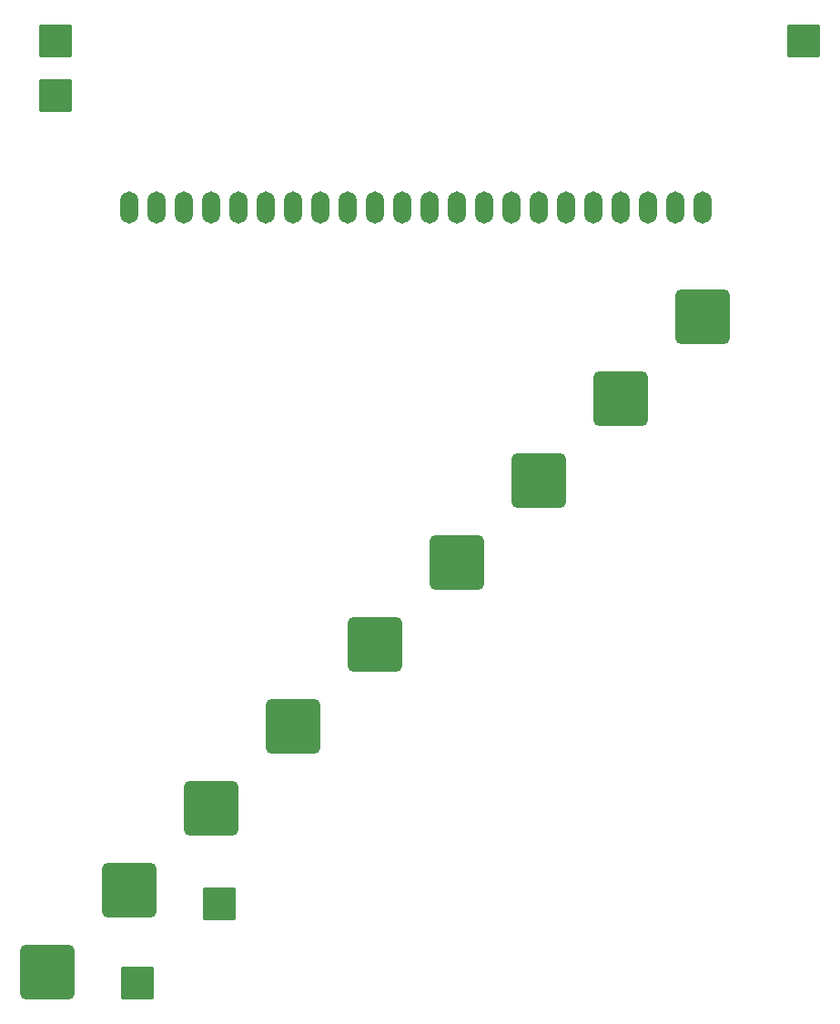
<source format=gbs>
G04 #@! TF.GenerationSoftware,KiCad,Pcbnew,(6.0.8-1)-1*
G04 #@! TF.CreationDate,2023-08-14T14:14:11-03:00*
G04 #@! TF.ProjectId,EMMMA-K-v3.1-Slave,454d4d4d-412d-44b2-9d76-332e312d536c,rev?*
G04 #@! TF.SameCoordinates,Original*
G04 #@! TF.FileFunction,Soldermask,Bot*
G04 #@! TF.FilePolarity,Negative*
%FSLAX46Y46*%
G04 Gerber Fmt 4.6, Leading zero omitted, Abs format (unit mm)*
G04 Created by KiCad (PCBNEW (6.0.8-1)-1) date 2023-08-14 14:14:11*
%MOMM*%
%LPD*%
G01*
G04 APERTURE LIST*
G04 Aperture macros list*
%AMRoundRect*
0 Rectangle with rounded corners*
0 $1 Rounding radius*
0 $2 $3 $4 $5 $6 $7 $8 $9 X,Y pos of 4 corners*
0 Add a 4 corners polygon primitive as box body*
4,1,4,$2,$3,$4,$5,$6,$7,$8,$9,$2,$3,0*
0 Add four circle primitives for the rounded corners*
1,1,$1+$1,$2,$3*
1,1,$1+$1,$4,$5*
1,1,$1+$1,$6,$7*
1,1,$1+$1,$8,$9*
0 Add four rect primitives between the rounded corners*
20,1,$1+$1,$2,$3,$4,$5,0*
20,1,$1+$1,$4,$5,$6,$7,0*
20,1,$1+$1,$6,$7,$8,$9,0*
20,1,$1+$1,$8,$9,$2,$3,0*%
G04 Aperture macros list end*
%ADD10RoundRect,0.403225X-2.096775X-2.096775X2.096775X-2.096775X2.096775X2.096775X-2.096775X2.096775X0*%
%ADD11RoundRect,0.249999X-1.300001X-1.300001X1.300001X-1.300001X1.300001X1.300001X-1.300001X1.300001X0*%
%ADD12O,1.700000X3.000000*%
G04 APERTURE END LIST*
D10*
X144780000Y-132080000D03*
X160020000Y-116840000D03*
X198120000Y-78740000D03*
D11*
X145542000Y-50546000D03*
D10*
X167640000Y-109220000D03*
D11*
X160782000Y-125730000D03*
D10*
X182880000Y-93980000D03*
X190500000Y-86360000D03*
D11*
X145542000Y-45466000D03*
D10*
X175260000Y-101600000D03*
D12*
X152400000Y-60960000D03*
X154940000Y-60960000D03*
X157480000Y-60960000D03*
X160020000Y-60960000D03*
X162560000Y-60960000D03*
X165100000Y-60960000D03*
X167640000Y-60960000D03*
X170180000Y-60960000D03*
X172720000Y-60960000D03*
X175260000Y-60960000D03*
X177800000Y-60960000D03*
X180340000Y-60960000D03*
X182880000Y-60960000D03*
X185420000Y-60960000D03*
X187960000Y-60960000D03*
X190500000Y-60960000D03*
X193040000Y-60960000D03*
X195580000Y-60960000D03*
X198120000Y-60960000D03*
X200660000Y-60960000D03*
X203200000Y-60960000D03*
X205740000Y-60960000D03*
D10*
X152400000Y-124460000D03*
D11*
X215138000Y-45466000D03*
D10*
X205740000Y-71120000D03*
D11*
X153162000Y-133096000D03*
M02*

</source>
